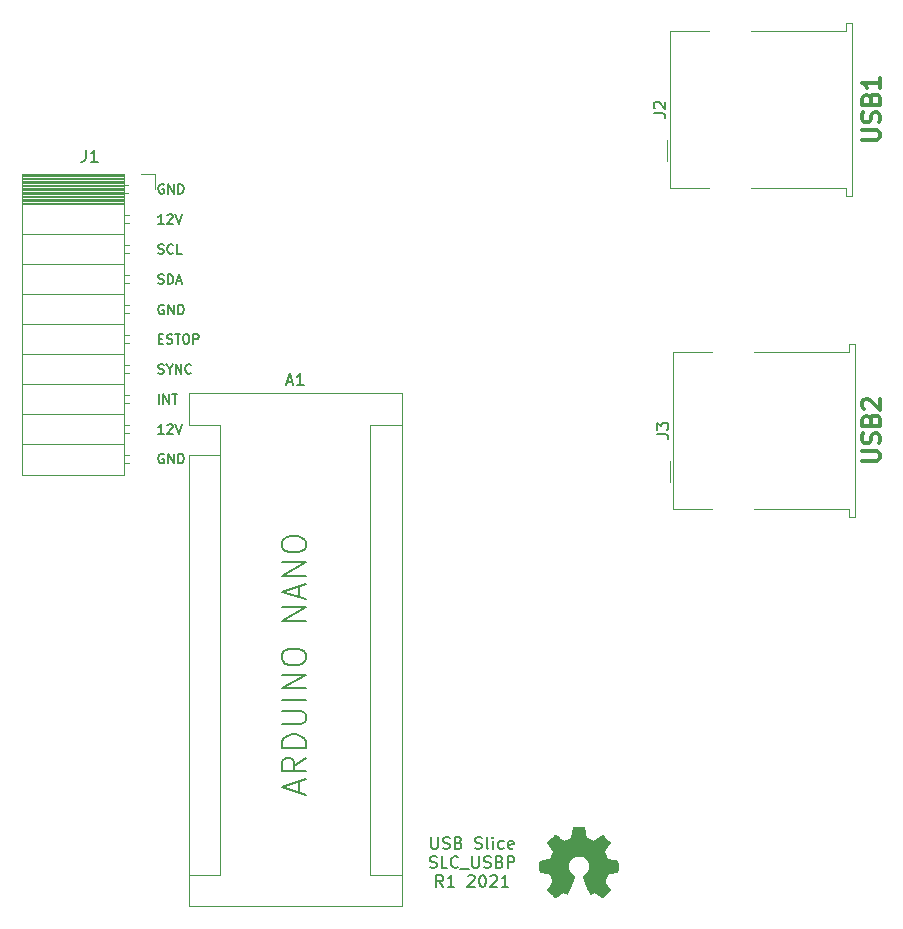
<source format=gbr>
%TF.GenerationSoftware,KiCad,Pcbnew,(6.0.4)*%
%TF.CreationDate,2023-07-24T13:42:22-04:00*%
%TF.ProjectId,BREAD_Slice,42524541-445f-4536-9c69-63652e6b6963,rev?*%
%TF.SameCoordinates,PX74eba40PY8552dc0*%
%TF.FileFunction,Legend,Top*%
%TF.FilePolarity,Positive*%
%FSLAX46Y46*%
G04 Gerber Fmt 4.6, Leading zero omitted, Abs format (unit mm)*
G04 Created by KiCad (PCBNEW (6.0.4)) date 2023-07-24 13:42:22*
%MOMM*%
%LPD*%
G01*
G04 APERTURE LIST*
%ADD10C,0.150000*%
%ADD11C,0.300000*%
%ADD12C,0.120000*%
%ADD13C,0.010000*%
G04 APERTURE END LIST*
D10*
X8433333Y45426191D02*
X8547619Y45388096D01*
X8738095Y45388096D01*
X8814286Y45426191D01*
X8852381Y45464286D01*
X8890476Y45540477D01*
X8890476Y45616667D01*
X8852381Y45692858D01*
X8814286Y45730953D01*
X8738095Y45769048D01*
X8585714Y45807143D01*
X8509524Y45845239D01*
X8471429Y45883334D01*
X8433333Y45959524D01*
X8433333Y46035715D01*
X8471429Y46111905D01*
X8509524Y46150000D01*
X8585714Y46188096D01*
X8776190Y46188096D01*
X8890476Y46150000D01*
X9385714Y45769048D02*
X9385714Y45388096D01*
X9119048Y46188096D02*
X9385714Y45769048D01*
X9652381Y46188096D01*
X9919048Y45388096D02*
X9919048Y46188096D01*
X10376190Y45388096D01*
X10376190Y46188096D01*
X11214286Y45464286D02*
X11176190Y45426191D01*
X11061905Y45388096D01*
X10985714Y45388096D01*
X10871429Y45426191D01*
X10795238Y45502381D01*
X10757143Y45578572D01*
X10719048Y45730953D01*
X10719048Y45845239D01*
X10757143Y45997620D01*
X10795238Y46073810D01*
X10871429Y46150000D01*
X10985714Y46188096D01*
X11061905Y46188096D01*
X11176190Y46150000D01*
X11214286Y46111905D01*
D11*
X68028571Y65154857D02*
X69242857Y65154857D01*
X69385714Y65226285D01*
X69457142Y65297714D01*
X69528571Y65440571D01*
X69528571Y65726285D01*
X69457142Y65869142D01*
X69385714Y65940571D01*
X69242857Y66011999D01*
X68028571Y66011999D01*
X69457142Y66654857D02*
X69528571Y66869142D01*
X69528571Y67226285D01*
X69457142Y67369142D01*
X69385714Y67440571D01*
X69242857Y67511999D01*
X69100000Y67511999D01*
X68957142Y67440571D01*
X68885714Y67369142D01*
X68814285Y67226285D01*
X68742857Y66940571D01*
X68671428Y66797714D01*
X68600000Y66726285D01*
X68457142Y66654857D01*
X68314285Y66654857D01*
X68171428Y66726285D01*
X68100000Y66797714D01*
X68028571Y66940571D01*
X68028571Y67297714D01*
X68100000Y67511999D01*
X68742857Y68654857D02*
X68814285Y68869142D01*
X68885714Y68940571D01*
X69028571Y69011999D01*
X69242857Y69011999D01*
X69385714Y68940571D01*
X69457142Y68869142D01*
X69528571Y68726285D01*
X69528571Y68154857D01*
X68028571Y68154857D01*
X68028571Y68654857D01*
X68100000Y68797714D01*
X68171428Y68869142D01*
X68314285Y68940571D01*
X68457142Y68940571D01*
X68600000Y68869142D01*
X68671428Y68797714D01*
X68742857Y68654857D01*
X68742857Y68154857D01*
X69528571Y70440571D02*
X69528571Y69583428D01*
X69528571Y70011999D02*
X68028571Y70011999D01*
X68242857Y69869142D01*
X68385714Y69726285D01*
X68457142Y69583428D01*
D10*
X8890476Y61400000D02*
X8814285Y61438096D01*
X8700000Y61438096D01*
X8585714Y61400000D01*
X8509523Y61323810D01*
X8471428Y61247620D01*
X8433333Y61095239D01*
X8433333Y60980953D01*
X8471428Y60828572D01*
X8509523Y60752381D01*
X8585714Y60676191D01*
X8700000Y60638096D01*
X8776190Y60638096D01*
X8890476Y60676191D01*
X8928571Y60714286D01*
X8928571Y60980953D01*
X8776190Y60980953D01*
X9271428Y60638096D02*
X9271428Y61438096D01*
X9728571Y60638096D01*
X9728571Y61438096D01*
X10109523Y60638096D02*
X10109523Y61438096D01*
X10300000Y61438096D01*
X10414285Y61400000D01*
X10490476Y61323810D01*
X10528571Y61247620D01*
X10566666Y61095239D01*
X10566666Y60980953D01*
X10528571Y60828572D01*
X10490476Y60752381D01*
X10414285Y60676191D01*
X10300000Y60638096D01*
X10109523Y60638096D01*
X8471428Y48357143D02*
X8738095Y48357143D01*
X8852380Y47938096D02*
X8471428Y47938096D01*
X8471428Y48738096D01*
X8852380Y48738096D01*
X9157142Y47976191D02*
X9271428Y47938096D01*
X9461904Y47938096D01*
X9538095Y47976191D01*
X9576190Y48014286D01*
X9614285Y48090477D01*
X9614285Y48166667D01*
X9576190Y48242858D01*
X9538095Y48280953D01*
X9461904Y48319048D01*
X9309523Y48357143D01*
X9233333Y48395239D01*
X9195238Y48433334D01*
X9157142Y48509524D01*
X9157142Y48585715D01*
X9195238Y48661905D01*
X9233333Y48700000D01*
X9309523Y48738096D01*
X9499999Y48738096D01*
X9614285Y48700000D01*
X9842857Y48738096D02*
X10299999Y48738096D01*
X10071428Y47938096D02*
X10071428Y48738096D01*
X10719047Y48738096D02*
X10871428Y48738096D01*
X10947619Y48700000D01*
X11023809Y48623810D01*
X11061904Y48471429D01*
X11061904Y48204762D01*
X11023809Y48052381D01*
X10947619Y47976191D01*
X10871428Y47938096D01*
X10719047Y47938096D01*
X10642857Y47976191D01*
X10566666Y48052381D01*
X10528571Y48204762D01*
X10528571Y48471429D01*
X10566666Y48623810D01*
X10642857Y48700000D01*
X10719047Y48738096D01*
X11404761Y47938096D02*
X11404761Y48738096D01*
X11709523Y48738096D01*
X11785714Y48700000D01*
X11823809Y48661905D01*
X11861904Y48585715D01*
X11861904Y48471429D01*
X11823809Y48395239D01*
X11785714Y48357143D01*
X11709523Y48319048D01*
X11404761Y48319048D01*
X8890476Y38550000D02*
X8814285Y38588096D01*
X8700000Y38588096D01*
X8585714Y38550000D01*
X8509523Y38473810D01*
X8471428Y38397620D01*
X8433333Y38245239D01*
X8433333Y38130953D01*
X8471428Y37978572D01*
X8509523Y37902381D01*
X8585714Y37826191D01*
X8700000Y37788096D01*
X8776190Y37788096D01*
X8890476Y37826191D01*
X8928571Y37864286D01*
X8928571Y38130953D01*
X8776190Y38130953D01*
X9271428Y37788096D02*
X9271428Y38588096D01*
X9728571Y37788096D01*
X9728571Y38588096D01*
X10109523Y37788096D02*
X10109523Y38588096D01*
X10300000Y38588096D01*
X10414285Y38550000D01*
X10490476Y38473810D01*
X10528571Y38397620D01*
X10566666Y38245239D01*
X10566666Y38130953D01*
X10528571Y37978572D01*
X10490476Y37902381D01*
X10414285Y37826191D01*
X10300000Y37788096D01*
X10109523Y37788096D01*
X8471428Y42838096D02*
X8471428Y43638096D01*
X8852380Y42838096D02*
X8852380Y43638096D01*
X9309523Y42838096D01*
X9309523Y43638096D01*
X9576190Y43638096D02*
X10033333Y43638096D01*
X9804761Y42838096D02*
X9804761Y43638096D01*
X8433334Y55576191D02*
X8547619Y55538096D01*
X8738095Y55538096D01*
X8814286Y55576191D01*
X8852381Y55614286D01*
X8890476Y55690477D01*
X8890476Y55766667D01*
X8852381Y55842858D01*
X8814286Y55880953D01*
X8738095Y55919048D01*
X8585715Y55957143D01*
X8509524Y55995239D01*
X8471429Y56033334D01*
X8433334Y56109524D01*
X8433334Y56185715D01*
X8471429Y56261905D01*
X8509524Y56300000D01*
X8585715Y56338096D01*
X8776191Y56338096D01*
X8890476Y56300000D01*
X9690476Y55614286D02*
X9652381Y55576191D01*
X9538095Y55538096D01*
X9461905Y55538096D01*
X9347619Y55576191D01*
X9271429Y55652381D01*
X9233334Y55728572D01*
X9195238Y55880953D01*
X9195238Y55995239D01*
X9233334Y56147620D01*
X9271429Y56223810D01*
X9347619Y56300000D01*
X9461905Y56338096D01*
X9538095Y56338096D01*
X9652381Y56300000D01*
X9690476Y56261905D01*
X10414286Y55538096D02*
X10033334Y55538096D01*
X10033334Y56338096D01*
X8890476Y40288096D02*
X8433334Y40288096D01*
X8661905Y40288096D02*
X8661905Y41088096D01*
X8585715Y40973810D01*
X8509524Y40897620D01*
X8433334Y40859524D01*
X9195238Y41011905D02*
X9233334Y41050000D01*
X9309524Y41088096D01*
X9500000Y41088096D01*
X9576191Y41050000D01*
X9614286Y41011905D01*
X9652381Y40935715D01*
X9652381Y40859524D01*
X9614286Y40745239D01*
X9157143Y40288096D01*
X9652381Y40288096D01*
X9880953Y41088096D02*
X10147619Y40288096D01*
X10414286Y41088096D01*
X8890476Y51200000D02*
X8814285Y51238096D01*
X8700000Y51238096D01*
X8585714Y51200000D01*
X8509523Y51123810D01*
X8471428Y51047620D01*
X8433333Y50895239D01*
X8433333Y50780953D01*
X8471428Y50628572D01*
X8509523Y50552381D01*
X8585714Y50476191D01*
X8700000Y50438096D01*
X8776190Y50438096D01*
X8890476Y50476191D01*
X8928571Y50514286D01*
X8928571Y50780953D01*
X8776190Y50780953D01*
X9271428Y50438096D02*
X9271428Y51238096D01*
X9728571Y50438096D01*
X9728571Y51238096D01*
X10109523Y50438096D02*
X10109523Y51238096D01*
X10300000Y51238096D01*
X10414285Y51200000D01*
X10490476Y51123810D01*
X10528571Y51047620D01*
X10566666Y50895239D01*
X10566666Y50780953D01*
X10528571Y50628572D01*
X10490476Y50552381D01*
X10414285Y50476191D01*
X10300000Y50438096D01*
X10109523Y50438096D01*
X8433333Y53026191D02*
X8547619Y52988096D01*
X8738095Y52988096D01*
X8814285Y53026191D01*
X8852381Y53064286D01*
X8890476Y53140477D01*
X8890476Y53216667D01*
X8852381Y53292858D01*
X8814285Y53330953D01*
X8738095Y53369048D01*
X8585714Y53407143D01*
X8509523Y53445239D01*
X8471428Y53483334D01*
X8433333Y53559524D01*
X8433333Y53635715D01*
X8471428Y53711905D01*
X8509523Y53750000D01*
X8585714Y53788096D01*
X8776190Y53788096D01*
X8890476Y53750000D01*
X9233333Y52988096D02*
X9233333Y53788096D01*
X9423809Y53788096D01*
X9538095Y53750000D01*
X9614285Y53673810D01*
X9652381Y53597620D01*
X9690476Y53445239D01*
X9690476Y53330953D01*
X9652381Y53178572D01*
X9614285Y53102381D01*
X9538095Y53026191D01*
X9423809Y52988096D01*
X9233333Y52988096D01*
X9995238Y53216667D02*
X10376190Y53216667D01*
X9919047Y52988096D02*
X10185714Y53788096D01*
X10452381Y52988096D01*
X20343333Y9892858D02*
X20343333Y10845239D01*
X20914761Y9702381D02*
X18914761Y10369048D01*
X20914761Y11035715D01*
X20914761Y12845239D02*
X19962380Y12178572D01*
X20914761Y11702381D02*
X18914761Y11702381D01*
X18914761Y12464286D01*
X19010000Y12654762D01*
X19105238Y12750000D01*
X19295714Y12845239D01*
X19581428Y12845239D01*
X19771904Y12750000D01*
X19867142Y12654762D01*
X19962380Y12464286D01*
X19962380Y11702381D01*
X20914761Y13702381D02*
X18914761Y13702381D01*
X18914761Y14178572D01*
X19010000Y14464286D01*
X19200476Y14654762D01*
X19390952Y14750000D01*
X19771904Y14845239D01*
X20057619Y14845239D01*
X20438571Y14750000D01*
X20629047Y14654762D01*
X20819523Y14464286D01*
X20914761Y14178572D01*
X20914761Y13702381D01*
X18914761Y15702381D02*
X20533809Y15702381D01*
X20724285Y15797620D01*
X20819523Y15892858D01*
X20914761Y16083334D01*
X20914761Y16464286D01*
X20819523Y16654762D01*
X20724285Y16750000D01*
X20533809Y16845239D01*
X18914761Y16845239D01*
X20914761Y17797620D02*
X18914761Y17797620D01*
X20914761Y18750000D02*
X18914761Y18750000D01*
X20914761Y19892858D01*
X18914761Y19892858D01*
X18914761Y21226191D02*
X18914761Y21607143D01*
X19010000Y21797620D01*
X19200476Y21988096D01*
X19581428Y22083334D01*
X20248095Y22083334D01*
X20629047Y21988096D01*
X20819523Y21797620D01*
X20914761Y21607143D01*
X20914761Y21226191D01*
X20819523Y21035715D01*
X20629047Y20845239D01*
X20248095Y20750000D01*
X19581428Y20750000D01*
X19200476Y20845239D01*
X19010000Y21035715D01*
X18914761Y21226191D01*
X20914761Y24464286D02*
X18914761Y24464286D01*
X20914761Y25607143D01*
X18914761Y25607143D01*
X20343333Y26464286D02*
X20343333Y27416667D01*
X20914761Y26273810D02*
X18914761Y26940477D01*
X20914761Y27607143D01*
X20914761Y28273810D02*
X18914761Y28273810D01*
X20914761Y29416667D01*
X18914761Y29416667D01*
X18914761Y30750000D02*
X18914761Y31130953D01*
X19010000Y31321429D01*
X19200476Y31511905D01*
X19581428Y31607143D01*
X20248095Y31607143D01*
X20629047Y31511905D01*
X20819523Y31321429D01*
X20914761Y31130953D01*
X20914761Y30750000D01*
X20819523Y30559524D01*
X20629047Y30369048D01*
X20248095Y30273810D01*
X19581428Y30273810D01*
X19200476Y30369048D01*
X19010000Y30559524D01*
X18914761Y30750000D01*
D11*
X68028571Y37976857D02*
X69242857Y37976857D01*
X69385714Y38048285D01*
X69457142Y38119714D01*
X69528571Y38262571D01*
X69528571Y38548285D01*
X69457142Y38691142D01*
X69385714Y38762571D01*
X69242857Y38833999D01*
X68028571Y38833999D01*
X69457142Y39476857D02*
X69528571Y39691142D01*
X69528571Y40048285D01*
X69457142Y40191142D01*
X69385714Y40262571D01*
X69242857Y40333999D01*
X69100000Y40333999D01*
X68957142Y40262571D01*
X68885714Y40191142D01*
X68814285Y40048285D01*
X68742857Y39762571D01*
X68671428Y39619714D01*
X68600000Y39548285D01*
X68457142Y39476857D01*
X68314285Y39476857D01*
X68171428Y39548285D01*
X68100000Y39619714D01*
X68028571Y39762571D01*
X68028571Y40119714D01*
X68100000Y40333999D01*
X68742857Y41476857D02*
X68814285Y41691142D01*
X68885714Y41762571D01*
X69028571Y41833999D01*
X69242857Y41833999D01*
X69385714Y41762571D01*
X69457142Y41691142D01*
X69528571Y41548285D01*
X69528571Y40976857D01*
X68028571Y40976857D01*
X68028571Y41476857D01*
X68100000Y41619714D01*
X68171428Y41691142D01*
X68314285Y41762571D01*
X68457142Y41762571D01*
X68600000Y41691142D01*
X68671428Y41619714D01*
X68742857Y41476857D01*
X68742857Y40976857D01*
X68171428Y42405428D02*
X68100000Y42476857D01*
X68028571Y42619714D01*
X68028571Y42976857D01*
X68100000Y43119714D01*
X68171428Y43191142D01*
X68314285Y43262571D01*
X68457142Y43262571D01*
X68671428Y43191142D01*
X69528571Y42333999D01*
X69528571Y43262571D01*
D10*
X8890476Y58088096D02*
X8433334Y58088096D01*
X8661905Y58088096D02*
X8661905Y58888096D01*
X8585715Y58773810D01*
X8509524Y58697620D01*
X8433334Y58659524D01*
X9195238Y58811905D02*
X9233334Y58850000D01*
X9309524Y58888096D01*
X9500000Y58888096D01*
X9576191Y58850000D01*
X9614286Y58811905D01*
X9652381Y58735715D01*
X9652381Y58659524D01*
X9614286Y58545239D01*
X9157143Y58088096D01*
X9652381Y58088096D01*
X9880953Y58888096D02*
X10147619Y58088096D01*
X10414286Y58888096D01*
X31523808Y6157620D02*
X31523808Y5348096D01*
X31571427Y5252858D01*
X31619046Y5205239D01*
X31714284Y5157620D01*
X31904760Y5157620D01*
X31999999Y5205239D01*
X32047618Y5252858D01*
X32095237Y5348096D01*
X32095237Y6157620D01*
X32523808Y5205239D02*
X32666665Y5157620D01*
X32904760Y5157620D01*
X32999999Y5205239D01*
X33047618Y5252858D01*
X33095237Y5348096D01*
X33095237Y5443334D01*
X33047618Y5538572D01*
X32999999Y5586191D01*
X32904760Y5633810D01*
X32714284Y5681429D01*
X32619046Y5729048D01*
X32571427Y5776667D01*
X32523808Y5871905D01*
X32523808Y5967143D01*
X32571427Y6062381D01*
X32619046Y6110000D01*
X32714284Y6157620D01*
X32952379Y6157620D01*
X33095237Y6110000D01*
X33857141Y5681429D02*
X33999999Y5633810D01*
X34047618Y5586191D01*
X34095237Y5490953D01*
X34095237Y5348096D01*
X34047618Y5252858D01*
X33999999Y5205239D01*
X33904760Y5157620D01*
X33523808Y5157620D01*
X33523808Y6157620D01*
X33857141Y6157620D01*
X33952379Y6110000D01*
X33999999Y6062381D01*
X34047618Y5967143D01*
X34047618Y5871905D01*
X33999999Y5776667D01*
X33952379Y5729048D01*
X33857141Y5681429D01*
X33523808Y5681429D01*
X35238094Y5205239D02*
X35380951Y5157620D01*
X35619046Y5157620D01*
X35714284Y5205239D01*
X35761903Y5252858D01*
X35809522Y5348096D01*
X35809522Y5443334D01*
X35761903Y5538572D01*
X35714284Y5586191D01*
X35619046Y5633810D01*
X35428570Y5681429D01*
X35333332Y5729048D01*
X35285713Y5776667D01*
X35238094Y5871905D01*
X35238094Y5967143D01*
X35285713Y6062381D01*
X35333332Y6110000D01*
X35428570Y6157620D01*
X35666665Y6157620D01*
X35809522Y6110000D01*
X36380951Y5157620D02*
X36285713Y5205239D01*
X36238094Y5300477D01*
X36238094Y6157620D01*
X36761903Y5157620D02*
X36761903Y5824286D01*
X36761903Y6157620D02*
X36714284Y6110000D01*
X36761903Y6062381D01*
X36809522Y6110000D01*
X36761903Y6157620D01*
X36761903Y6062381D01*
X37666665Y5205239D02*
X37571427Y5157620D01*
X37380951Y5157620D01*
X37285713Y5205239D01*
X37238094Y5252858D01*
X37190475Y5348096D01*
X37190475Y5633810D01*
X37238094Y5729048D01*
X37285713Y5776667D01*
X37380951Y5824286D01*
X37571427Y5824286D01*
X37666665Y5776667D01*
X38476189Y5205239D02*
X38380951Y5157620D01*
X38190475Y5157620D01*
X38095237Y5205239D01*
X38047618Y5300477D01*
X38047618Y5681429D01*
X38095237Y5776667D01*
X38190475Y5824286D01*
X38380951Y5824286D01*
X38476189Y5776667D01*
X38523808Y5681429D01*
X38523808Y5586191D01*
X38047618Y5490953D01*
X31428570Y3595239D02*
X31571427Y3547620D01*
X31809522Y3547620D01*
X31904760Y3595239D01*
X31952379Y3642858D01*
X31999999Y3738096D01*
X31999999Y3833334D01*
X31952379Y3928572D01*
X31904760Y3976191D01*
X31809522Y4023810D01*
X31619046Y4071429D01*
X31523808Y4119048D01*
X31476189Y4166667D01*
X31428570Y4261905D01*
X31428570Y4357143D01*
X31476189Y4452381D01*
X31523808Y4500000D01*
X31619046Y4547620D01*
X31857141Y4547620D01*
X31999999Y4500000D01*
X32904760Y3547620D02*
X32428570Y3547620D01*
X32428570Y4547620D01*
X33809522Y3642858D02*
X33761903Y3595239D01*
X33619046Y3547620D01*
X33523808Y3547620D01*
X33380951Y3595239D01*
X33285713Y3690477D01*
X33238094Y3785715D01*
X33190475Y3976191D01*
X33190475Y4119048D01*
X33238094Y4309524D01*
X33285713Y4404762D01*
X33380951Y4500000D01*
X33523808Y4547620D01*
X33619046Y4547620D01*
X33761903Y4500000D01*
X33809522Y4452381D01*
X33999999Y3452381D02*
X34761903Y3452381D01*
X34999999Y4547620D02*
X34999999Y3738096D01*
X35047618Y3642858D01*
X35095237Y3595239D01*
X35190475Y3547620D01*
X35380951Y3547620D01*
X35476189Y3595239D01*
X35523808Y3642858D01*
X35571427Y3738096D01*
X35571427Y4547620D01*
X35999999Y3595239D02*
X36142856Y3547620D01*
X36380951Y3547620D01*
X36476189Y3595239D01*
X36523808Y3642858D01*
X36571427Y3738096D01*
X36571427Y3833334D01*
X36523808Y3928572D01*
X36476189Y3976191D01*
X36380951Y4023810D01*
X36190475Y4071429D01*
X36095237Y4119048D01*
X36047618Y4166667D01*
X35999999Y4261905D01*
X35999999Y4357143D01*
X36047618Y4452381D01*
X36095237Y4500000D01*
X36190475Y4547620D01*
X36428570Y4547620D01*
X36571427Y4500000D01*
X37333332Y4071429D02*
X37476189Y4023810D01*
X37523808Y3976191D01*
X37571427Y3880953D01*
X37571427Y3738096D01*
X37523808Y3642858D01*
X37476189Y3595239D01*
X37380951Y3547620D01*
X36999999Y3547620D01*
X36999999Y4547620D01*
X37333332Y4547620D01*
X37428570Y4500000D01*
X37476189Y4452381D01*
X37523808Y4357143D01*
X37523808Y4261905D01*
X37476189Y4166667D01*
X37428570Y4119048D01*
X37333332Y4071429D01*
X36999999Y4071429D01*
X37999999Y3547620D02*
X37999999Y4547620D01*
X38380951Y4547620D01*
X38476189Y4500000D01*
X38523808Y4452381D01*
X38571427Y4357143D01*
X38571427Y4214286D01*
X38523808Y4119048D01*
X38476189Y4071429D01*
X38380951Y4023810D01*
X37999999Y4023810D01*
X32547618Y1937620D02*
X32214284Y2413810D01*
X31976189Y1937620D02*
X31976189Y2937620D01*
X32357141Y2937620D01*
X32452379Y2890000D01*
X32499999Y2842381D01*
X32547618Y2747143D01*
X32547618Y2604286D01*
X32499999Y2509048D01*
X32452379Y2461429D01*
X32357141Y2413810D01*
X31976189Y2413810D01*
X33499999Y1937620D02*
X32928570Y1937620D01*
X33214284Y1937620D02*
X33214284Y2937620D01*
X33119046Y2794762D01*
X33023808Y2699524D01*
X32928570Y2651905D01*
X34642856Y2842381D02*
X34690475Y2890000D01*
X34785713Y2937620D01*
X35023808Y2937620D01*
X35119046Y2890000D01*
X35166665Y2842381D01*
X35214284Y2747143D01*
X35214284Y2651905D01*
X35166665Y2509048D01*
X34595237Y1937620D01*
X35214284Y1937620D01*
X35833332Y2937620D02*
X35928570Y2937620D01*
X36023808Y2890000D01*
X36071427Y2842381D01*
X36119046Y2747143D01*
X36166665Y2556667D01*
X36166665Y2318572D01*
X36119046Y2128096D01*
X36071427Y2032858D01*
X36023808Y1985239D01*
X35928570Y1937620D01*
X35833332Y1937620D01*
X35738094Y1985239D01*
X35690475Y2032858D01*
X35642856Y2128096D01*
X35595237Y2318572D01*
X35595237Y2556667D01*
X35642856Y2747143D01*
X35690475Y2842381D01*
X35738094Y2890000D01*
X35833332Y2937620D01*
X36547618Y2842381D02*
X36595237Y2890000D01*
X36690475Y2937620D01*
X36928570Y2937620D01*
X37023808Y2890000D01*
X37071427Y2842381D01*
X37119046Y2747143D01*
X37119046Y2651905D01*
X37071427Y2509048D01*
X36499999Y1937620D01*
X37119046Y1937620D01*
X38071427Y1937620D02*
X37499999Y1937620D01*
X37785713Y1937620D02*
X37785713Y2937620D01*
X37690475Y2794762D01*
X37595237Y2699524D01*
X37499999Y2651905D01*
%TO.C,A1*%
X19305714Y44713334D02*
X19781904Y44713334D01*
X19210476Y44427620D02*
X19543809Y45427620D01*
X19877142Y44427620D01*
X20734285Y44427620D02*
X20162857Y44427620D01*
X20448571Y44427620D02*
X20448571Y45427620D01*
X20353333Y45284762D01*
X20258095Y45189524D01*
X20162857Y45141905D01*
%TO.C,J1*%
X2286666Y64317620D02*
X2286666Y63603334D01*
X2239047Y63460477D01*
X2143809Y63365239D01*
X2000952Y63317620D01*
X1905714Y63317620D01*
X3286666Y63317620D02*
X2715238Y63317620D01*
X3000952Y63317620D02*
X3000952Y64317620D01*
X2905714Y64174762D01*
X2810476Y64079524D01*
X2715238Y64031905D01*
%TO.C,J3*%
X50618380Y40250667D02*
X51332666Y40250667D01*
X51475523Y40203048D01*
X51570761Y40107810D01*
X51618380Y39964953D01*
X51618380Y39869715D01*
X50618380Y40631620D02*
X50618380Y41250667D01*
X50999333Y40917334D01*
X50999333Y41060191D01*
X51046952Y41155429D01*
X51094571Y41203048D01*
X51189809Y41250667D01*
X51427904Y41250667D01*
X51523142Y41203048D01*
X51570761Y41155429D01*
X51618380Y41060191D01*
X51618380Y40774477D01*
X51570761Y40679239D01*
X51523142Y40631620D01*
%TO.C,J2*%
X50364380Y67428667D02*
X51078666Y67428667D01*
X51221523Y67381048D01*
X51316761Y67285810D01*
X51364380Y67142953D01*
X51364380Y67047715D01*
X50459619Y67857239D02*
X50412000Y67904858D01*
X50364380Y68000096D01*
X50364380Y68238191D01*
X50412000Y68333429D01*
X50459619Y68381048D01*
X50554857Y68428667D01*
X50650095Y68428667D01*
X50792952Y68381048D01*
X51364380Y67809620D01*
X51364380Y68428667D01*
D12*
%TO.C,A1*%
X13670000Y38530000D02*
X13670000Y2970000D01*
X11000000Y43740000D02*
X11000000Y41070000D01*
X29040000Y43740000D02*
X11000000Y43740000D01*
X26370000Y41070000D02*
X29040000Y41070000D01*
X26370000Y2970000D02*
X29040000Y2970000D01*
X13670000Y2970000D02*
X11000000Y2970000D01*
X11000000Y300000D02*
X29040000Y300000D01*
X13670000Y41070000D02*
X11000000Y41070000D01*
X11000000Y38530000D02*
X11000000Y300000D01*
X26370000Y41070000D02*
X26370000Y2970000D01*
X13670000Y38530000D02*
X11000000Y38530000D01*
X13670000Y38530000D02*
X13670000Y41070000D01*
X29040000Y300000D02*
X29040000Y43740000D01*
%TO.C,J1*%
X-3090000Y62091905D02*
X5540000Y62091905D01*
X-3090000Y44490000D02*
X5540000Y44490000D01*
X-3090000Y60556670D02*
X5540000Y60556670D01*
X-3090000Y36810000D02*
X5540000Y36810000D01*
X5540000Y42860000D02*
X5950000Y42860000D01*
X5540000Y58100000D02*
X5950000Y58100000D01*
X5540000Y62330000D02*
X5540000Y36810000D01*
X5540000Y48660000D02*
X5950000Y48660000D01*
X5540000Y58820000D02*
X5950000Y58820000D01*
X5540000Y50480000D02*
X5950000Y50480000D01*
X5540000Y37780000D02*
X5950000Y37780000D01*
X-3090000Y60910955D02*
X5540000Y60910955D01*
X-3090000Y61855715D02*
X5540000Y61855715D01*
X5540000Y47940000D02*
X5950000Y47940000D01*
X-3090000Y62330000D02*
X5540000Y62330000D01*
X5540000Y40320000D02*
X5950000Y40320000D01*
X5540000Y60640000D02*
X5890000Y60640000D01*
X-3090000Y61383335D02*
X5540000Y61383335D01*
X5540000Y41040000D02*
X5950000Y41040000D01*
X-3090000Y61029050D02*
X5540000Y61029050D01*
X-3090000Y60084290D02*
X5540000Y60084290D01*
X-3090000Y59730000D02*
X5540000Y59730000D01*
X-3090000Y61619525D02*
X5540000Y61619525D01*
X-3090000Y54650000D02*
X5540000Y54650000D01*
X-3090000Y61501430D02*
X5540000Y61501430D01*
X5540000Y53020000D02*
X5950000Y53020000D01*
X8110000Y62330000D02*
X8110000Y61000000D01*
X5540000Y46120000D02*
X5950000Y46120000D01*
X-3090000Y62210000D02*
X5540000Y62210000D01*
X-3090000Y60320480D02*
X5540000Y60320480D01*
X5540000Y56280000D02*
X5950000Y56280000D01*
X-3090000Y60792860D02*
X5540000Y60792860D01*
X5540000Y61360000D02*
X5890000Y61360000D01*
X-3090000Y60674765D02*
X5540000Y60674765D01*
X-3090000Y57190000D02*
X5540000Y57190000D01*
X-3090000Y60202385D02*
X5540000Y60202385D01*
X-3090000Y61147145D02*
X5540000Y61147145D01*
X-3090000Y47030000D02*
X5540000Y47030000D01*
X-3090000Y39410000D02*
X5540000Y39410000D01*
X-3090000Y41950000D02*
X5540000Y41950000D01*
X-3090000Y52110000D02*
X5540000Y52110000D01*
X-3090000Y61973810D02*
X5540000Y61973810D01*
X-3090000Y60438575D02*
X5540000Y60438575D01*
X-3090000Y62330000D02*
X-3090000Y36810000D01*
X-3090000Y59966195D02*
X5540000Y59966195D01*
X5540000Y55560000D02*
X5950000Y55560000D01*
X5540000Y53740000D02*
X5950000Y53740000D01*
X5540000Y38500000D02*
X5950000Y38500000D01*
X-3090000Y61265240D02*
X5540000Y61265240D01*
X5540000Y51200000D02*
X5950000Y51200000D01*
X7000000Y62330000D02*
X8110000Y62330000D01*
X-3090000Y61737620D02*
X5540000Y61737620D01*
X5540000Y45400000D02*
X5950000Y45400000D01*
X5540000Y43580000D02*
X5950000Y43580000D01*
X-3090000Y49570000D02*
X5540000Y49570000D01*
X-3090000Y59848100D02*
X5540000Y59848100D01*
%TO.C,Logo1*%
G36*
X44555814Y6531069D02*
G01*
X44639635Y6086445D01*
X44948920Y5958947D01*
X45258206Y5831449D01*
X45629246Y6083754D01*
X45733157Y6154004D01*
X45827087Y6216728D01*
X45906652Y6269062D01*
X45967470Y6308143D01*
X46005157Y6331107D01*
X46015421Y6336058D01*
X46033910Y6323324D01*
X46073420Y6288118D01*
X46129522Y6234938D01*
X46197787Y6168282D01*
X46273786Y6092646D01*
X46353092Y6012528D01*
X46431275Y5932426D01*
X46503907Y5856836D01*
X46566559Y5790255D01*
X46614803Y5737182D01*
X46644210Y5702113D01*
X46651241Y5690377D01*
X46641123Y5668740D01*
X46612759Y5621338D01*
X46569129Y5552807D01*
X46513218Y5467785D01*
X46448006Y5370907D01*
X46410219Y5315650D01*
X46341343Y5214752D01*
X46280140Y5123701D01*
X46229578Y5047030D01*
X46192628Y4989272D01*
X46172258Y4954957D01*
X46169197Y4947746D01*
X46176136Y4927252D01*
X46195051Y4879487D01*
X46223087Y4811168D01*
X46257391Y4729011D01*
X46295109Y4639730D01*
X46333387Y4550042D01*
X46369370Y4466662D01*
X46400206Y4396306D01*
X46423039Y4345690D01*
X46435017Y4321529D01*
X46435724Y4320578D01*
X46454531Y4315964D01*
X46504618Y4305672D01*
X46580793Y4290713D01*
X46677865Y4272099D01*
X46790643Y4250841D01*
X46856442Y4238582D01*
X46976950Y4215638D01*
X47085797Y4193805D01*
X47177476Y4174278D01*
X47246481Y4158252D01*
X47287304Y4146921D01*
X47295511Y4143326D01*
X47303548Y4118994D01*
X47310033Y4064041D01*
X47314970Y3984892D01*
X47318364Y3887974D01*
X47320218Y3779713D01*
X47320538Y3666535D01*
X47319327Y3554865D01*
X47316590Y3451132D01*
X47312331Y3361759D01*
X47306555Y3293174D01*
X47299267Y3251803D01*
X47294895Y3243190D01*
X47268764Y3232867D01*
X47213393Y3218108D01*
X47136107Y3200648D01*
X47044230Y3182220D01*
X47012158Y3176259D01*
X46857524Y3147934D01*
X46735375Y3125124D01*
X46641673Y3106920D01*
X46572384Y3092417D01*
X46523471Y3080708D01*
X46490897Y3070885D01*
X46470628Y3062044D01*
X46458626Y3053276D01*
X46456947Y3051543D01*
X46440184Y3023629D01*
X46414614Y2969305D01*
X46382788Y2895223D01*
X46347260Y2808035D01*
X46310583Y2714392D01*
X46275311Y2620948D01*
X46243996Y2534353D01*
X46219193Y2461260D01*
X46203454Y2408322D01*
X46199332Y2382189D01*
X46199676Y2381274D01*
X46213641Y2359914D01*
X46245322Y2312916D01*
X46291391Y2245173D01*
X46348518Y2161577D01*
X46413373Y2067018D01*
X46431843Y2040146D01*
X46497699Y1942725D01*
X46555650Y1853837D01*
X46602538Y1778588D01*
X46635207Y1722080D01*
X46650500Y1689419D01*
X46651241Y1685407D01*
X46638392Y1664316D01*
X46602888Y1622536D01*
X46549293Y1564555D01*
X46482171Y1494865D01*
X46406087Y1417955D01*
X46325604Y1338317D01*
X46245287Y1260439D01*
X46169699Y1188814D01*
X46103405Y1127930D01*
X46050969Y1082279D01*
X46016955Y1056350D01*
X46007545Y1052117D01*
X45985643Y1062088D01*
X45940800Y1088980D01*
X45880321Y1128264D01*
X45833789Y1159883D01*
X45749475Y1217902D01*
X45649626Y1286216D01*
X45549473Y1354421D01*
X45495627Y1390925D01*
X45313371Y1514200D01*
X45160381Y1431480D01*
X45090682Y1395241D01*
X45031414Y1367074D01*
X44991311Y1351009D01*
X44981103Y1348774D01*
X44968829Y1365278D01*
X44944613Y1411918D01*
X44910263Y1484391D01*
X44867588Y1578394D01*
X44818394Y1689626D01*
X44764490Y1813785D01*
X44707684Y1946568D01*
X44649782Y2083673D01*
X44592593Y2220798D01*
X44537924Y2353642D01*
X44487584Y2477902D01*
X44443380Y2589275D01*
X44407119Y2683461D01*
X44380609Y2756156D01*
X44365658Y2803059D01*
X44363254Y2819167D01*
X44382311Y2839714D01*
X44424036Y2873067D01*
X44479706Y2912298D01*
X44484378Y2915401D01*
X44628264Y3030577D01*
X44744283Y3164947D01*
X44831430Y3314216D01*
X44888699Y3474087D01*
X44915086Y3640263D01*
X44909585Y3808448D01*
X44871190Y3974345D01*
X44798895Y4133658D01*
X44777626Y4168513D01*
X44666996Y4309263D01*
X44536302Y4422286D01*
X44390064Y4506997D01*
X44232808Y4562806D01*
X44069057Y4589126D01*
X43903333Y4585370D01*
X43740162Y4550950D01*
X43584065Y4485277D01*
X43439567Y4387765D01*
X43394869Y4348187D01*
X43281112Y4224297D01*
X43198218Y4093876D01*
X43141356Y3947685D01*
X43109687Y3802912D01*
X43101869Y3640140D01*
X43127938Y3476560D01*
X43185245Y3317702D01*
X43271144Y3169094D01*
X43382986Y3036265D01*
X43518123Y2924744D01*
X43535883Y2912989D01*
X43592150Y2874492D01*
X43634923Y2841137D01*
X43655372Y2819840D01*
X43655669Y2819167D01*
X43651279Y2796129D01*
X43633876Y2743843D01*
X43605268Y2666610D01*
X43567265Y2568732D01*
X43521674Y2454509D01*
X43470303Y2328242D01*
X43414962Y2194233D01*
X43357458Y2056782D01*
X43299601Y1920192D01*
X43243198Y1788763D01*
X43190058Y1666795D01*
X43141990Y1558591D01*
X43100801Y1468451D01*
X43068301Y1400677D01*
X43046297Y1359570D01*
X43037436Y1348774D01*
X43010360Y1357181D01*
X42959697Y1379728D01*
X42894183Y1412387D01*
X42858159Y1431480D01*
X42705168Y1514200D01*
X42522912Y1390925D01*
X42429875Y1327772D01*
X42328015Y1258273D01*
X42232562Y1192835D01*
X42184750Y1159883D01*
X42117505Y1114727D01*
X42060564Y1078943D01*
X42021354Y1057062D01*
X42008619Y1052437D01*
X41990083Y1064915D01*
X41949059Y1099748D01*
X41889525Y1153322D01*
X41815458Y1222017D01*
X41730835Y1302219D01*
X41677315Y1353714D01*
X41583681Y1445714D01*
X41502759Y1528001D01*
X41437823Y1597055D01*
X41392142Y1649356D01*
X41368989Y1681384D01*
X41366768Y1687884D01*
X41377076Y1712606D01*
X41405561Y1762595D01*
X41449063Y1832788D01*
X41504423Y1918125D01*
X41568480Y2013544D01*
X41586697Y2040146D01*
X41653073Y2136833D01*
X41712622Y2223883D01*
X41762016Y2296405D01*
X41797925Y2349507D01*
X41817019Y2378297D01*
X41818864Y2381274D01*
X41816105Y2404218D01*
X41801462Y2454664D01*
X41777487Y2525959D01*
X41746734Y2611453D01*
X41711756Y2704493D01*
X41675107Y2798426D01*
X41639339Y2886601D01*
X41607006Y2962366D01*
X41580662Y3019069D01*
X41562858Y3050057D01*
X41561593Y3051543D01*
X41550706Y3060399D01*
X41532318Y3069157D01*
X41502394Y3078723D01*
X41456897Y3090004D01*
X41391791Y3103907D01*
X41303039Y3121337D01*
X41186607Y3143202D01*
X41038458Y3170409D01*
X41006382Y3176259D01*
X40911314Y3194626D01*
X40828435Y3212595D01*
X40765070Y3228431D01*
X40728542Y3240400D01*
X40723644Y3243190D01*
X40715573Y3267928D01*
X40709013Y3323210D01*
X40703967Y3402611D01*
X40700441Y3499704D01*
X40698439Y3608062D01*
X40697964Y3721260D01*
X40699023Y3832872D01*
X40701618Y3936471D01*
X40705754Y4025632D01*
X40711437Y4093928D01*
X40718669Y4134934D01*
X40723029Y4143326D01*
X40747302Y4151792D01*
X40802574Y4165565D01*
X40883338Y4183450D01*
X40984088Y4204252D01*
X41099317Y4226777D01*
X41162098Y4238582D01*
X41281213Y4260849D01*
X41387435Y4281021D01*
X41475573Y4298085D01*
X41540434Y4311031D01*
X41576826Y4318845D01*
X41582816Y4320578D01*
X41592939Y4340110D01*
X41614338Y4387157D01*
X41644161Y4454997D01*
X41679555Y4536909D01*
X41717668Y4626172D01*
X41755647Y4716065D01*
X41790640Y4799865D01*
X41819794Y4870853D01*
X41840257Y4922306D01*
X41849177Y4947503D01*
X41849343Y4948604D01*
X41839231Y4968481D01*
X41810883Y5014223D01*
X41767277Y5081283D01*
X41711394Y5165116D01*
X41646213Y5261174D01*
X41608321Y5316350D01*
X41539275Y5417519D01*
X41477950Y5509370D01*
X41427337Y5587256D01*
X41390429Y5646531D01*
X41370218Y5682549D01*
X41367299Y5690623D01*
X41379847Y5709416D01*
X41414537Y5749543D01*
X41466937Y5806507D01*
X41532616Y5875815D01*
X41607144Y5952969D01*
X41686087Y6033475D01*
X41765017Y6112837D01*
X41839500Y6186560D01*
X41905106Y6250148D01*
X41957404Y6299106D01*
X41991961Y6328939D01*
X42003522Y6336058D01*
X42022346Y6326047D01*
X42067369Y6297922D01*
X42134213Y6254546D01*
X42218501Y6198782D01*
X42315856Y6133494D01*
X42389293Y6083754D01*
X42760333Y5831449D01*
X43378905Y6086445D01*
X43462725Y6531069D01*
X43546546Y6975693D01*
X44471994Y6975693D01*
X44555814Y6531069D01*
G37*
D13*
X44555814Y6531069D02*
X44639635Y6086445D01*
X44948920Y5958947D01*
X45258206Y5831449D01*
X45629246Y6083754D01*
X45733157Y6154004D01*
X45827087Y6216728D01*
X45906652Y6269062D01*
X45967470Y6308143D01*
X46005157Y6331107D01*
X46015421Y6336058D01*
X46033910Y6323324D01*
X46073420Y6288118D01*
X46129522Y6234938D01*
X46197787Y6168282D01*
X46273786Y6092646D01*
X46353092Y6012528D01*
X46431275Y5932426D01*
X46503907Y5856836D01*
X46566559Y5790255D01*
X46614803Y5737182D01*
X46644210Y5702113D01*
X46651241Y5690377D01*
X46641123Y5668740D01*
X46612759Y5621338D01*
X46569129Y5552807D01*
X46513218Y5467785D01*
X46448006Y5370907D01*
X46410219Y5315650D01*
X46341343Y5214752D01*
X46280140Y5123701D01*
X46229578Y5047030D01*
X46192628Y4989272D01*
X46172258Y4954957D01*
X46169197Y4947746D01*
X46176136Y4927252D01*
X46195051Y4879487D01*
X46223087Y4811168D01*
X46257391Y4729011D01*
X46295109Y4639730D01*
X46333387Y4550042D01*
X46369370Y4466662D01*
X46400206Y4396306D01*
X46423039Y4345690D01*
X46435017Y4321529D01*
X46435724Y4320578D01*
X46454531Y4315964D01*
X46504618Y4305672D01*
X46580793Y4290713D01*
X46677865Y4272099D01*
X46790643Y4250841D01*
X46856442Y4238582D01*
X46976950Y4215638D01*
X47085797Y4193805D01*
X47177476Y4174278D01*
X47246481Y4158252D01*
X47287304Y4146921D01*
X47295511Y4143326D01*
X47303548Y4118994D01*
X47310033Y4064041D01*
X47314970Y3984892D01*
X47318364Y3887974D01*
X47320218Y3779713D01*
X47320538Y3666535D01*
X47319327Y3554865D01*
X47316590Y3451132D01*
X47312331Y3361759D01*
X47306555Y3293174D01*
X47299267Y3251803D01*
X47294895Y3243190D01*
X47268764Y3232867D01*
X47213393Y3218108D01*
X47136107Y3200648D01*
X47044230Y3182220D01*
X47012158Y3176259D01*
X46857524Y3147934D01*
X46735375Y3125124D01*
X46641673Y3106920D01*
X46572384Y3092417D01*
X46523471Y3080708D01*
X46490897Y3070885D01*
X46470628Y3062044D01*
X46458626Y3053276D01*
X46456947Y3051543D01*
X46440184Y3023629D01*
X46414614Y2969305D01*
X46382788Y2895223D01*
X46347260Y2808035D01*
X46310583Y2714392D01*
X46275311Y2620948D01*
X46243996Y2534353D01*
X46219193Y2461260D01*
X46203454Y2408322D01*
X46199332Y2382189D01*
X46199676Y2381274D01*
X46213641Y2359914D01*
X46245322Y2312916D01*
X46291391Y2245173D01*
X46348518Y2161577D01*
X46413373Y2067018D01*
X46431843Y2040146D01*
X46497699Y1942725D01*
X46555650Y1853837D01*
X46602538Y1778588D01*
X46635207Y1722080D01*
X46650500Y1689419D01*
X46651241Y1685407D01*
X46638392Y1664316D01*
X46602888Y1622536D01*
X46549293Y1564555D01*
X46482171Y1494865D01*
X46406087Y1417955D01*
X46325604Y1338317D01*
X46245287Y1260439D01*
X46169699Y1188814D01*
X46103405Y1127930D01*
X46050969Y1082279D01*
X46016955Y1056350D01*
X46007545Y1052117D01*
X45985643Y1062088D01*
X45940800Y1088980D01*
X45880321Y1128264D01*
X45833789Y1159883D01*
X45749475Y1217902D01*
X45649626Y1286216D01*
X45549473Y1354421D01*
X45495627Y1390925D01*
X45313371Y1514200D01*
X45160381Y1431480D01*
X45090682Y1395241D01*
X45031414Y1367074D01*
X44991311Y1351009D01*
X44981103Y1348774D01*
X44968829Y1365278D01*
X44944613Y1411918D01*
X44910263Y1484391D01*
X44867588Y1578394D01*
X44818394Y1689626D01*
X44764490Y1813785D01*
X44707684Y1946568D01*
X44649782Y2083673D01*
X44592593Y2220798D01*
X44537924Y2353642D01*
X44487584Y2477902D01*
X44443380Y2589275D01*
X44407119Y2683461D01*
X44380609Y2756156D01*
X44365658Y2803059D01*
X44363254Y2819167D01*
X44382311Y2839714D01*
X44424036Y2873067D01*
X44479706Y2912298D01*
X44484378Y2915401D01*
X44628264Y3030577D01*
X44744283Y3164947D01*
X44831430Y3314216D01*
X44888699Y3474087D01*
X44915086Y3640263D01*
X44909585Y3808448D01*
X44871190Y3974345D01*
X44798895Y4133658D01*
X44777626Y4168513D01*
X44666996Y4309263D01*
X44536302Y4422286D01*
X44390064Y4506997D01*
X44232808Y4562806D01*
X44069057Y4589126D01*
X43903333Y4585370D01*
X43740162Y4550950D01*
X43584065Y4485277D01*
X43439567Y4387765D01*
X43394869Y4348187D01*
X43281112Y4224297D01*
X43198218Y4093876D01*
X43141356Y3947685D01*
X43109687Y3802912D01*
X43101869Y3640140D01*
X43127938Y3476560D01*
X43185245Y3317702D01*
X43271144Y3169094D01*
X43382986Y3036265D01*
X43518123Y2924744D01*
X43535883Y2912989D01*
X43592150Y2874492D01*
X43634923Y2841137D01*
X43655372Y2819840D01*
X43655669Y2819167D01*
X43651279Y2796129D01*
X43633876Y2743843D01*
X43605268Y2666610D01*
X43567265Y2568732D01*
X43521674Y2454509D01*
X43470303Y2328242D01*
X43414962Y2194233D01*
X43357458Y2056782D01*
X43299601Y1920192D01*
X43243198Y1788763D01*
X43190058Y1666795D01*
X43141990Y1558591D01*
X43100801Y1468451D01*
X43068301Y1400677D01*
X43046297Y1359570D01*
X43037436Y1348774D01*
X43010360Y1357181D01*
X42959697Y1379728D01*
X42894183Y1412387D01*
X42858159Y1431480D01*
X42705168Y1514200D01*
X42522912Y1390925D01*
X42429875Y1327772D01*
X42328015Y1258273D01*
X42232562Y1192835D01*
X42184750Y1159883D01*
X42117505Y1114727D01*
X42060564Y1078943D01*
X42021354Y1057062D01*
X42008619Y1052437D01*
X41990083Y1064915D01*
X41949059Y1099748D01*
X41889525Y1153322D01*
X41815458Y1222017D01*
X41730835Y1302219D01*
X41677315Y1353714D01*
X41583681Y1445714D01*
X41502759Y1528001D01*
X41437823Y1597055D01*
X41392142Y1649356D01*
X41368989Y1681384D01*
X41366768Y1687884D01*
X41377076Y1712606D01*
X41405561Y1762595D01*
X41449063Y1832788D01*
X41504423Y1918125D01*
X41568480Y2013544D01*
X41586697Y2040146D01*
X41653073Y2136833D01*
X41712622Y2223883D01*
X41762016Y2296405D01*
X41797925Y2349507D01*
X41817019Y2378297D01*
X41818864Y2381274D01*
X41816105Y2404218D01*
X41801462Y2454664D01*
X41777487Y2525959D01*
X41746734Y2611453D01*
X41711756Y2704493D01*
X41675107Y2798426D01*
X41639339Y2886601D01*
X41607006Y2962366D01*
X41580662Y3019069D01*
X41562858Y3050057D01*
X41561593Y3051543D01*
X41550706Y3060399D01*
X41532318Y3069157D01*
X41502394Y3078723D01*
X41456897Y3090004D01*
X41391791Y3103907D01*
X41303039Y3121337D01*
X41186607Y3143202D01*
X41038458Y3170409D01*
X41006382Y3176259D01*
X40911314Y3194626D01*
X40828435Y3212595D01*
X40765070Y3228431D01*
X40728542Y3240400D01*
X40723644Y3243190D01*
X40715573Y3267928D01*
X40709013Y3323210D01*
X40703967Y3402611D01*
X40700441Y3499704D01*
X40698439Y3608062D01*
X40697964Y3721260D01*
X40699023Y3832872D01*
X40701618Y3936471D01*
X40705754Y4025632D01*
X40711437Y4093928D01*
X40718669Y4134934D01*
X40723029Y4143326D01*
X40747302Y4151792D01*
X40802574Y4165565D01*
X40883338Y4183450D01*
X40984088Y4204252D01*
X41099317Y4226777D01*
X41162098Y4238582D01*
X41281213Y4260849D01*
X41387435Y4281021D01*
X41475573Y4298085D01*
X41540434Y4311031D01*
X41576826Y4318845D01*
X41582816Y4320578D01*
X41592939Y4340110D01*
X41614338Y4387157D01*
X41644161Y4454997D01*
X41679555Y4536909D01*
X41717668Y4626172D01*
X41755647Y4716065D01*
X41790640Y4799865D01*
X41819794Y4870853D01*
X41840257Y4922306D01*
X41849177Y4947503D01*
X41849343Y4948604D01*
X41839231Y4968481D01*
X41810883Y5014223D01*
X41767277Y5081283D01*
X41711394Y5165116D01*
X41646213Y5261174D01*
X41608321Y5316350D01*
X41539275Y5417519D01*
X41477950Y5509370D01*
X41427337Y5587256D01*
X41390429Y5646531D01*
X41370218Y5682549D01*
X41367299Y5690623D01*
X41379847Y5709416D01*
X41414537Y5749543D01*
X41466937Y5806507D01*
X41532616Y5875815D01*
X41607144Y5952969D01*
X41686087Y6033475D01*
X41765017Y6112837D01*
X41839500Y6186560D01*
X41905106Y6250148D01*
X41957404Y6299106D01*
X41991961Y6328939D01*
X42003522Y6336058D01*
X42022346Y6326047D01*
X42067369Y6297922D01*
X42134213Y6254546D01*
X42218501Y6198782D01*
X42315856Y6133494D01*
X42389293Y6083754D01*
X42760333Y5831449D01*
X43378905Y6086445D01*
X43462725Y6531069D01*
X43546546Y6975693D01*
X44471994Y6975693D01*
X44555814Y6531069D01*
D12*
%TO.C,J3*%
X67456000Y47894000D02*
X66936000Y47894000D01*
X51976000Y33924000D02*
X51976000Y47244000D01*
X66936000Y33924000D02*
X58826000Y33924000D01*
X66936000Y47894000D02*
X66936000Y47244000D01*
X66936000Y33924000D02*
X66936000Y33274000D01*
X58826000Y47244000D02*
X66936000Y47244000D01*
X66936000Y33274000D02*
X67456000Y33274000D01*
X67456000Y33274000D02*
X67456000Y47894000D01*
X51756000Y36184000D02*
X51756000Y37984000D01*
X51976000Y47244000D02*
X55306000Y47244000D01*
X51976000Y33924000D02*
X55306000Y33924000D01*
%TO.C,J2*%
X51722000Y74422000D02*
X55052000Y74422000D01*
X51722000Y61102000D02*
X51722000Y74422000D01*
X51502000Y63362000D02*
X51502000Y65162000D01*
X51722000Y61102000D02*
X55052000Y61102000D01*
X66682000Y75072000D02*
X66682000Y74422000D01*
X66682000Y61102000D02*
X58572000Y61102000D01*
X66682000Y60452000D02*
X67202000Y60452000D01*
X67202000Y75072000D02*
X66682000Y75072000D01*
X67202000Y60452000D02*
X67202000Y75072000D01*
X58572000Y74422000D02*
X66682000Y74422000D01*
X66682000Y61102000D02*
X66682000Y60452000D01*
%TD*%
M02*

</source>
